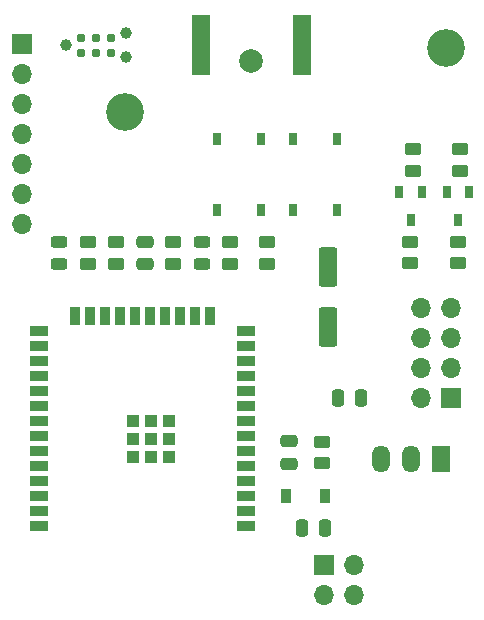
<source format=gts>
G04 #@! TF.GenerationSoftware,KiCad,Pcbnew,(6.0.8-1)-1*
G04 #@! TF.CreationDate,2022-10-25T00:57:16+02:00*
G04 #@! TF.ProjectId,ithowifi_4l,6974686f-7769-4666-995f-346c2e6b6963,rev?*
G04 #@! TF.SameCoordinates,Original*
G04 #@! TF.FileFunction,Soldermask,Top*
G04 #@! TF.FilePolarity,Negative*
%FSLAX46Y46*%
G04 Gerber Fmt 4.6, Leading zero omitted, Abs format (unit mm)*
G04 Created by KiCad (PCBNEW (6.0.8-1)-1) date 2022-10-25 00:57:16*
%MOMM*%
%LPD*%
G01*
G04 APERTURE LIST*
G04 Aperture macros list*
%AMRoundRect*
0 Rectangle with rounded corners*
0 $1 Rounding radius*
0 $2 $3 $4 $5 $6 $7 $8 $9 X,Y pos of 4 corners*
0 Add a 4 corners polygon primitive as box body*
4,1,4,$2,$3,$4,$5,$6,$7,$8,$9,$2,$3,0*
0 Add four circle primitives for the rounded corners*
1,1,$1+$1,$2,$3*
1,1,$1+$1,$4,$5*
1,1,$1+$1,$6,$7*
1,1,$1+$1,$8,$9*
0 Add four rect primitives between the rounded corners*
20,1,$1+$1,$2,$3,$4,$5,0*
20,1,$1+$1,$4,$5,$6,$7,0*
20,1,$1+$1,$6,$7,$8,$9,0*
20,1,$1+$1,$8,$9,$2,$3,0*%
G04 Aperture macros list end*
%ADD10R,1.500000X2.300000*%
%ADD11O,1.500000X2.300000*%
%ADD12R,0.700000X1.000000*%
%ADD13RoundRect,0.250000X-0.450000X0.262500X-0.450000X-0.262500X0.450000X-0.262500X0.450000X0.262500X0*%
%ADD14R,1.700000X1.700000*%
%ADD15O,1.700000X1.700000*%
%ADD16R,1.500000X0.900000*%
%ADD17R,0.900000X1.500000*%
%ADD18R,1.050000X1.050000*%
%ADD19C,3.200000*%
%ADD20RoundRect,0.243750X0.456250X-0.243750X0.456250X0.243750X-0.456250X0.243750X-0.456250X-0.243750X0*%
%ADD21C,0.990600*%
%ADD22C,0.787400*%
%ADD23R,0.750000X1.000000*%
%ADD24RoundRect,0.250000X0.250000X0.475000X-0.250000X0.475000X-0.250000X-0.475000X0.250000X-0.475000X0*%
%ADD25RoundRect,0.250000X0.450000X-0.262500X0.450000X0.262500X-0.450000X0.262500X-0.450000X-0.262500X0*%
%ADD26RoundRect,0.250000X0.475000X-0.250000X0.475000X0.250000X-0.475000X0.250000X-0.475000X-0.250000X0*%
%ADD27RoundRect,0.250000X0.550000X-1.412500X0.550000X1.412500X-0.550000X1.412500X-0.550000X-1.412500X0*%
%ADD28RoundRect,0.250000X-0.250000X-0.475000X0.250000X-0.475000X0.250000X0.475000X-0.250000X0.475000X0*%
%ADD29R,0.900000X1.200000*%
%ADD30C,2.000000*%
%ADD31R,1.500000X5.080000*%
G04 APERTURE END LIST*
D10*
X121259600Y-142951200D03*
D11*
X118719600Y-142951200D03*
X116179600Y-142951200D03*
D12*
X119608600Y-120339000D03*
X117708600Y-120339000D03*
X118658600Y-122739000D03*
D13*
X118872000Y-116711900D03*
X118872000Y-118536900D03*
D14*
X85725000Y-107797600D03*
D15*
X85725000Y-110337600D03*
X85725000Y-112877600D03*
X85725000Y-115417600D03*
X85725000Y-117957600D03*
X85725000Y-120497600D03*
X85725000Y-123037600D03*
D16*
X104727600Y-148613600D03*
X104727600Y-147343600D03*
X104727600Y-146073600D03*
X104727600Y-144803600D03*
X104727600Y-143533600D03*
X104727600Y-142263600D03*
X104727600Y-140993600D03*
X104727600Y-139723600D03*
X104727600Y-138453600D03*
X104727600Y-137183600D03*
X104727600Y-135913600D03*
X104727600Y-134643600D03*
X104727600Y-133373600D03*
X104727600Y-132103600D03*
D17*
X101697600Y-130853600D03*
X100427600Y-130853600D03*
X99157600Y-130853600D03*
X97887600Y-130853600D03*
X96617600Y-130853600D03*
X95347600Y-130853600D03*
X94077600Y-130853600D03*
X92807600Y-130853600D03*
X91537600Y-130853600D03*
X90267600Y-130853600D03*
D16*
X87227600Y-132103600D03*
X87227600Y-133373600D03*
X87227600Y-134643600D03*
X87227600Y-135913600D03*
X87227600Y-137183600D03*
X87227600Y-138453600D03*
X87227600Y-139723600D03*
X87227600Y-140993600D03*
X87227600Y-142263600D03*
X87227600Y-143533600D03*
X87227600Y-144803600D03*
X87227600Y-146073600D03*
X87227600Y-147343600D03*
X87227600Y-148613600D03*
D18*
X95132600Y-139748600D03*
X98182600Y-142798600D03*
X95132600Y-142798600D03*
X96657600Y-139748600D03*
X96657600Y-141273600D03*
X98182600Y-139748600D03*
X96657600Y-142798600D03*
X95132600Y-141273600D03*
X98182600Y-141273600D03*
D13*
X91313000Y-124588900D03*
X91313000Y-126413900D03*
X106536000Y-124597500D03*
X106536000Y-126422500D03*
X118618000Y-124548500D03*
X118618000Y-126373500D03*
D19*
X94488000Y-113538000D03*
D20*
X88900000Y-126438900D03*
X88900000Y-124563900D03*
D14*
X111292000Y-151928000D03*
D15*
X113832000Y-151928000D03*
X111292000Y-154468000D03*
X113832000Y-154468000D03*
D21*
X94576000Y-106885400D03*
X89496000Y-107901400D03*
X94576000Y-108917400D03*
D22*
X90766000Y-108536400D03*
X90766000Y-107266400D03*
X92036000Y-108536400D03*
X92036000Y-107266400D03*
X93306000Y-108536400D03*
X93306000Y-107266400D03*
D23*
X108665400Y-121872000D03*
X108665400Y-115872000D03*
X112415400Y-121872000D03*
X112415400Y-115872000D03*
D24*
X114432000Y-137768000D03*
X112532000Y-137768000D03*
D12*
X123606600Y-120339000D03*
X121706600Y-120339000D03*
X122656600Y-122739000D03*
D25*
X122859800Y-118536900D03*
X122859800Y-116711900D03*
D13*
X122682000Y-124548500D03*
X122682000Y-126373500D03*
D26*
X96139000Y-126451400D03*
X96139000Y-124551400D03*
D25*
X98552000Y-126428000D03*
X98552000Y-124603000D03*
D27*
X111632000Y-131768000D03*
X111632000Y-126693000D03*
D28*
X109486900Y-148751000D03*
X111386900Y-148751000D03*
D26*
X108377500Y-143351000D03*
X108377500Y-141451000D03*
D29*
X111425500Y-146084000D03*
X108125500Y-146084000D03*
D25*
X111171500Y-143290000D03*
X111171500Y-141465000D03*
D30*
X105182180Y-109251460D03*
D25*
X93726000Y-126413900D03*
X93726000Y-124588900D03*
X103378000Y-126428000D03*
X103378000Y-124603000D03*
D20*
X100965000Y-126453000D03*
X100965000Y-124578000D03*
D23*
X106015000Y-121872000D03*
X106015000Y-115872000D03*
X102265000Y-121872000D03*
X102265000Y-115872000D03*
D19*
X121630000Y-108120000D03*
D14*
X122047000Y-137795000D03*
D15*
X119507000Y-137795000D03*
X122047000Y-135255000D03*
X119507000Y-135255000D03*
X122047000Y-132715000D03*
X119507000Y-132715000D03*
X122047000Y-130175000D03*
X119507000Y-130175000D03*
D31*
X100931400Y-107848400D03*
X109431400Y-107848400D03*
M02*

</source>
